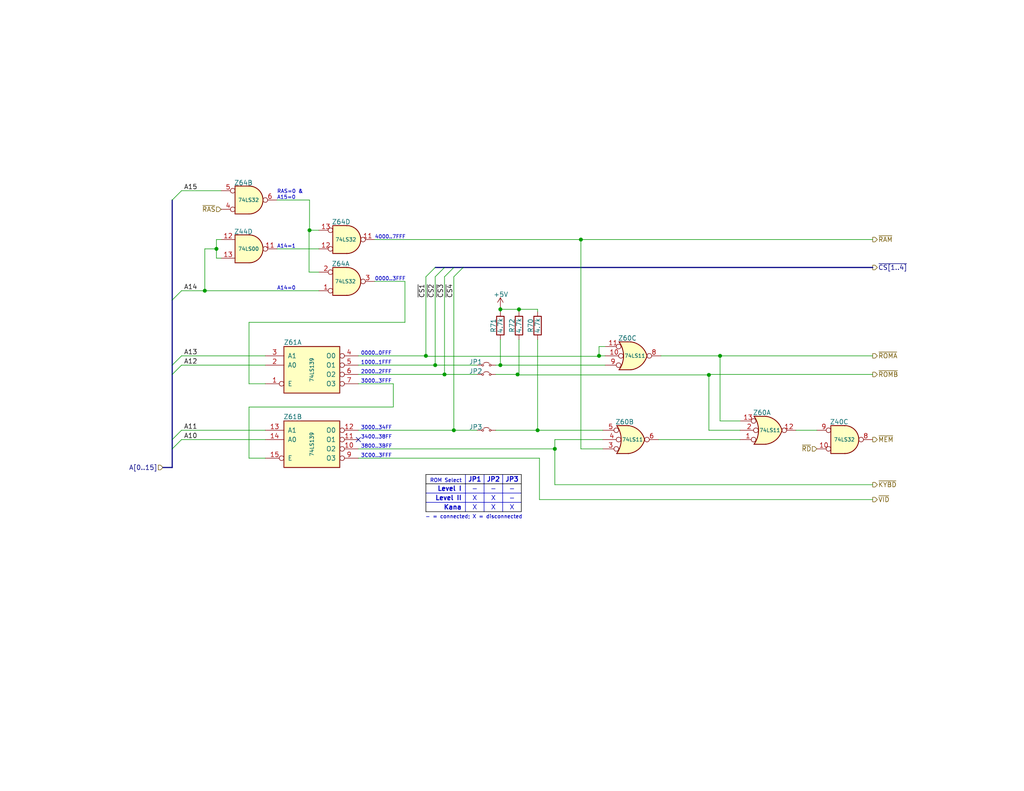
<source format=kicad_sch>
(kicad_sch (version 20250114) (generator "eeschema") (generator_version "9.0")
  (paper "USLetter")
  (title_block (title "TRS-80 Model I Rev HE11E011520") (date "2025-06-14") (rev "E1A") (company "RetroStack - Marcel Erz") (comment 2 "Address decoder circuit for main board components (except IO)") (comment 4 "Address Decoder"))
  (lib_symbols
    (symbol "74xx:74LS00" (pin_names (offset 1.016))
      (property "Reference" "U" (at 0 1.27 0))
      (property "Value" "74LS00" (at 0 -1.27 0))
      (symbol "74LS00_1_1"
        (arc (start 0 3.81) (mid 3.7934 0) (end 0 -3.81) (stroke (width 0.254)) (fill (type background)))
        (polyline (pts (xy 0 3.81) (xy -3.81 3.81) (xy -3.81 -3.81) (xy 0 -3.81)) (stroke (width 0.254)) (fill (type background)))
        (pin input line (at -7.62 2.54 0) (length 3.81) (name "~") (number "1"))
        (pin input line (at -7.62 -2.54 0) (length 3.81) (name "~") (number "2"))
        (pin output inverted (at 7.62 0 180) (length 3.81) (name "~") (number "3"))
      )
      (symbol "74LS00_1_2"
        (arc (start -3.81 3.81) (mid -2.589 0) (end -3.81 -3.81) (stroke (width 0.254)))
        (polyline (pts (xy -3.81 3.81) (xy -0.635 3.81)) (stroke (width 0.254)) (fill (type background)))
        (polyline (pts (xy -3.81 -3.81) (xy -0.635 -3.81)) (stroke (width 0.254)) (fill (type background)))
        (arc (start 3.81 0) (mid 2.1855 -2.584) (end -0.6096 -3.81) (stroke (width 0.254)) (fill (type background)))
        (arc (start -0.6096 3.81) (mid 2.1928 2.5924) (end 3.81 0) (stroke (width 0.254)) (fill (type background)))
        (polyline (pts (xy -0.635 3.81) (xy -3.81 3.81) (xy -3.81 3.81) (xy -3.556 3.4036) (xy -3.0226 2.2606) (xy -2.6924 1.0414) (xy -2.6162 -0.254) (xy -2.7686 -1.4986) (xy -3.175 -2.7178) (xy -3.81 -3.81) (xy -3.81 -3.81) (xy -0.635 -3.81)) (stroke (width -25.4)) (fill (type background)))
        (pin input inverted (at -7.62 2.54 0) (length 4.318) (name "~") (number "1"))
        (pin input inverted (at -7.62 -2.54 0) (length 4.318) (name "~") (number "2"))
        (pin output line (at 7.62 0 180) (length 3.81) (name "~") (number "3"))
      )
      (symbol "74LS00_2_1"
        (arc (start 0 3.81) (mid 3.7934 0) (end 0 -3.81) (stroke (width 0.254)) (fill (type background)))
        (polyline (pts (xy 0 3.81) (xy -3.81 3.81) (xy -3.81 -3.81) (xy 0 -3.81)) (stroke (width 0.254)) (fill (type background)))
        (pin input line (at -7.62 2.54 0) (length 3.81) (name "~") (number "4"))
        (pin input line (at -7.62 -2.54 0) (length 3.81) (name "~") (number "5"))
        (pin output inverted (at 7.62 0 180) (length 3.81) (name "~") (number "6"))
      )
      (symbol "74LS00_2_2"
        (arc (start -3.81 3.81) (mid -2.589 0) (end -3.81 -3.81) (stroke (width 0.254)))
        (polyline (pts (xy -3.81 3.81) (xy -0.635 3.81)) (stroke (width 0.254)) (fill (type background)))
        (polyline (pts (xy -3.81 -3.81) (xy -0.635 -3.81)) (stroke (width 0.254)) (fill (type background)))
        (arc (start 3.81 0) (mid 2.1855 -2.584) (end -0.6096 -3.81) (stroke (width 0.254)) (fill (type background)))
        (arc (start -0.6096 3.81) (mid 2.1928 2.5924) (end 3.81 0) (stroke (width 0.254)) (fill (type background)))
        (polyline (pts (xy -0.635 3.81) (xy -3.81 3.81) (xy -3.81 3.81) (xy -3.556 3.4036) (xy -3.0226 2.2606) (xy -2.6924 1.0414) (xy -2.6162 -0.254) (xy -2.7686 -1.4986) (xy -3.175 -2.7178) (xy -3.81 -3.81) (xy -3.81 -3.81) (xy -0.635 -3.81)) (stroke (width -25.4)) (fill (type background)))
        (pin input inverted (at -7.62 2.54 0) (length 4.318) (name "~") (number "4"))
        (pin input inverted (at -7.62 -2.54 0) (length 4.318) (name "~") (number "5"))
        (pin output line (at 7.62 0 180) (length 3.81) (name "~") (number "6"))
      )
      (symbol "74LS00_3_1"
        (arc (start 0 3.81) (mid 3.7934 0) (end 0 -3.81) (stroke (width 0.254)) (fill (type background)))
        (polyline (pts (xy 0 3.81) (xy -3.81 3.81) (xy -3.81 -3.81) (xy 0 -3.81)) (stroke (width 0.254)) (fill (type background)))
        (pin input line (at -7.62 2.54 0) (length 3.81) (name "~") (number "9"))
        (pin input line (at -7.62 -2.54 0) (length 3.81) (name "~") (number "10"))
        (pin output inverted (at 7.62 0 180) (length 3.81) (name "~") (number "8"))
      )
      (symbol "74LS00_3_2"
        (arc (start -3.81 3.81) (mid -2.589 0) (end -3.81 -3.81) (stroke (width 0.254)))
        (polyline (pts (xy -3.81 3.81) (xy -0.635 3.81)) (stroke (width 0.254)) (fill (type background)))
        (polyline (pts (xy -3.81 -3.81) (xy -0.635 -3.81)) (stroke (width 0.254)) (fill (type background)))
        (arc (start 3.81 0) (mid 2.1855 -2.584) (end -0.6096 -3.81) (stroke (width 0.254)) (fill (type background)))
        (arc (start -0.6096 3.81) (mid 2.1928 2.5924) (end 3.81 0) (stroke (width 0.254)) (fill (type background)))
        (polyline (pts (xy -0.635 3.81) (xy -3.81 3.81) (xy -3.81 3.81) (xy -3.556 3.4036) (xy -3.0226 2.2606) (xy -2.6924 1.0414) (xy -2.6162 -0.254) (xy -2.7686 -1.4986) (xy -3.175 -2.7178) (xy -3.81 -3.81) (xy -3.81 -3.81) (xy -0.635 -3.81)) (stroke (width -25.4)) (fill (type background)))
        (pin input inverted (at -7.62 2.54 0) (length 4.318) (name "~") (number "9"))
        (pin input inverted (at -7.62 -2.54 0) (length 4.318) (name "~") (number "10"))
        (pin output line (at 7.62 0 180) (length 3.81) (name "~") (number "8"))
      )
      (symbol "74LS00_4_1"
        (arc (start 0 3.81) (mid 3.7934 0) (end 0 -3.81) (stroke (width 0.254)) (fill (type background)))
        (polyline (pts (xy 0 3.81) (xy -3.81 3.81) (xy -3.81 -3.81) (xy 0 -3.81)) (stroke (width 0.254)) (fill (type background)))
        (pin input line (at -7.62 2.54 0) (length 3.81) (name "~") (number "12"))
        (pin input line (at -7.62 -2.54 0) (length 3.81) (name "~") (number "13"))
        (pin output inverted (at 7.62 0 180) (length 3.81) (name "~") (number "11"))
      )
      (symbol "74LS00_4_2"
        (arc (start -3.81 3.81) (mid -2.589 0) (end -3.81 -3.81) (stroke (width 0.254)))
        (polyline (pts (xy -3.81 3.81) (xy -0.635 3.81)) (stroke (width 0.254)) (fill (type background)))
        (polyline (pts (xy -3.81 -3.81) (xy -0.635 -3.81)) (stroke (width 0.254)) (fill (type background)))
        (arc (start 3.81 0) (mid 2.1855 -2.584) (end -0.6096 -3.81) (stroke (width 0.254)) (fill (type background)))
        (arc (start -0.6096 3.81) (mid 2.1928 2.5924) (end 3.81 0) (stroke (width 0.254)) (fill (type background)))
        (polyline (pts (xy -0.635 3.81) (xy -3.81 3.81) (xy -3.81 3.81) (xy -3.556 3.4036) (xy -3.0226 2.2606) (xy -2.6924 1.0414) (xy -2.6162 -0.254) (xy -2.7686 -1.4986) (xy -3.175 -2.7178) (xy -3.81 -3.81) (xy -3.81 -3.81) (xy -0.635 -3.81)) (stroke (width -25.4)) (fill (type background)))
        (pin input inverted (at -7.62 2.54 0) (length 4.318) (name "~") (number "12"))
        (pin input inverted (at -7.62 -2.54 0) (length 4.318) (name "~") (number "13"))
        (pin output line (at 7.62 0 180) (length 3.81) (name "~") (number "11"))
      )
      (symbol "74LS00_5_0"
        (pin power_in line (at 0 12.7 270) (length 5.08) (name "VCC") (number "14"))
        (pin power_in line (at 0 -12.7 90) (length 5.08) (name "GND") (number "7"))
      )
      (symbol "74LS00_5_1"
        (rectangle (start -5.08 7.62) (end 5.08 -7.62) (stroke (width 0.254)) (fill (type background)))
      )
    )
    (symbol "74xx:74LS11" (pin_names (offset 1.016))
      (property "Reference" "U" (at 0 1.27 0))
      (property "Value" "74LS11" (at 0 -1.27 0))
      (symbol "74LS11_1_1"
        (arc (start 0 3.81) (mid 3.7934 0) (end 0 -3.81) (stroke (width 0.254)) (fill (type background)))
        (polyline (pts (xy 0 3.81) (xy -3.81 3.81) (xy -3.81 -3.81) (xy 0 -3.81)) (stroke (width 0.254)) (fill (type background)))
        (pin input line (at -7.62 2.54 0) (length 3.81) (name "~") (number "1"))
        (pin input line (at -7.62 0 0) (length 3.81) (name "~") (number "2"))
        (pin input line (at -7.62 -2.54 0) (length 3.81) (name "~") (number "13"))
        (pin output line (at 7.62 0 180) (length 3.81) (name "~") (number "12"))
      )
      (symbol "74LS11_1_2"
        (arc (start -3.81 3.81) (mid -2.589 0) (end -3.81 -3.81) (stroke (width 0.254)))
        (polyline (pts (xy -3.81 3.81) (xy -0.635 3.81)) (stroke (width 0.254)) (fill (type background)))
        (polyline (pts (xy -3.81 -3.81) (xy -0.635 -3.81)) (stroke (width 0.254)) (fill (type background)))
        (arc (start 3.81 0) (mid 2.1855 -2.584) (end -0.6096 -3.81) (stroke (width 0.254)) (fill (type background)))
        (arc (start -0.6096 3.81) (mid 2.1928 2.5924) (end 3.81 0) (stroke (width 0.254)) (fill (type background)))
        (polyline (pts (xy -0.635 3.81) (xy -3.81 3.81) (xy -3.81 3.81) (xy -3.556 3.4036) (xy -3.0226 2.2606) (xy -2.6924 1.0414) (xy -2.6162 -0.254) (xy -2.7686 -1.4986) (xy -3.175 -2.7178) (xy -3.81 -3.81) (xy -3.81 -3.81) (xy -0.635 -3.81)) (stroke (width -25.4)) (fill (type background)))
        (pin input inverted (at -7.62 2.54 0) (length 4.318) (name "~") (number "1"))
        (pin input inverted (at -7.62 0 0) (length 4.953) (name "~") (number "2"))
        (pin input inverted (at -7.62 -2.54 0) (length 4.318) (name "~") (number "13"))
        (pin output inverted (at 7.62 0 180) (length 3.81) (name "~") (number "12"))
      )
      (symbol "74LS11_2_1"
        (arc (start 0 3.81) (mid 3.7934 0) (end 0 -3.81) (stroke (width 0.254)) (fill (type background)))
        (polyline (pts (xy 0 3.81) (xy -3.81 3.81) (xy -3.81 -3.81) (xy 0 -3.81)) (stroke (width 0.254)) (fill (type background)))
        (pin input line (at -7.62 2.54 0) (length 3.81) (name "~") (number "3"))
        (pin input line (at -7.62 0 0) (length 3.81) (name "~") (number "4"))
        (pin input line (at -7.62 -2.54 0) (length 3.81) (name "~") (number "5"))
        (pin output line (at 7.62 0 180) (length 3.81) (name "~") (number "6"))
      )
      (symbol "74LS11_2_2"
        (arc (start -3.81 3.81) (mid -2.589 0) (end -3.81 -3.81) (stroke (width 0.254)))
        (polyline (pts (xy -3.81 3.81) (xy -0.635 3.81)) (stroke (width 0.254)) (fill (type background)))
        (polyline (pts (xy -3.81 -3.81) (xy -0.635 -3.81)) (stroke (width 0.254)) (fill (type background)))
        (arc (start 3.81 0) (mid 2.1855 -2.584) (end -0.6096 -3.81) (stroke (width 0.254)) (fill (type background)))
        (arc (start -0.6096 3.81) (mid 2.1928 2.5924) (end 3.81 0) (stroke (width 0.254)) (fill (type background)))
        (polyline (pts (xy -0.635 3.81) (xy -3.81 3.81) (xy -3.81 3.81) (xy -3.556 3.4036) (xy -3.0226 2.2606) (xy -2.6924 1.0414) (xy -2.6162 -0.254) (xy -2.7686 -1.4986) (xy -3.175 -2.7178) (xy -3.81 -3.81) (xy -3.81 -3.81) (xy -0.635 -3.81)) (stroke (width -25.4)) (fill (type background)))
        (pin input inverted (at -7.62 2.54 0) (length 4.318) (name "~") (number "3"))
        (pin input inverted (at -7.62 0 0) (length 4.953) (name "~") (number "4"))
        (pin input inverted (at -7.62 -2.54 0) (length 4.318) (name "~") (number "5"))
        (pin output inverted (at 7.62 0 180) (length 3.81) (name "~") (number "6"))
      )
      (symbol "74LS11_3_1"
        (arc (start 0 3.81) (mid 3.7934 0) (end 0 -3.81) (stroke (width 0.254)) (fill (type background)))
        (polyline (pts (xy 0 3.81) (xy -3.81 3.81) (xy -3.81 -3.81) (xy 0 -3.81)) (stroke (width 0.254)) (fill (type background)))
        (pin input line (at -7.62 2.54 0) (length 3.81) (name "~") (number "9"))
        (pin input line (at -7.62 0 0) (length 3.81) (name "~") (number "10"))
        (pin input line (at -7.62 -2.54 0) (length 3.81) (name "~") (number "11"))
        (pin output line (at 7.62 0 180) (length 3.81) (name "~") (number "8"))
      )
      (symbol "74LS11_3_2"
        (arc (start -3.81 3.81) (mid -2.589 0) (end -3.81 -3.81) (stroke (width 0.254)))
        (polyline (pts (xy -3.81 3.81) (xy -0.635 3.81)) (stroke (width 0.254)) (fill (type background)))
        (polyline (pts (xy -3.81 -3.81) (xy -0.635 -3.81)) (stroke (width 0.254)) (fill (type background)))
        (arc (start 3.81 0) (mid 2.1855 -2.584) (end -0.6096 -3.81) (stroke (width 0.254)) (fill (type background)))
        (arc (start -0.6096 3.81) (mid 2.1928 2.5924) (end 3.81 0) (stroke (width 0.254)) (fill (type background)))
        (polyline (pts (xy -0.635 3.81) (xy -3.81 3.81) (xy -3.81 3.81) (xy -3.556 3.4036) (xy -3.0226 2.2606) (xy -2.6924 1.0414) (xy -2.6162 -0.254) (xy -2.7686 -1.4986) (xy -3.175 -2.7178) (xy -3.81 -3.81) (xy -3.81 -3.81) (xy -0.635 -3.81)) (stroke (width -25.4)) (fill (type background)))
        (pin input inverted (at -7.62 2.54 0) (length 4.318) (name "~") (number "9"))
        (pin input inverted (at -7.62 0 0) (length 4.953) (name "~") (number "10"))
        (pin input inverted (at -7.62 -2.54 0) (length 4.318) (name "~") (number "11"))
        (pin output inverted (at 7.62 0 180) (length 3.81) (name "~") (number "8"))
      )
      (symbol "74LS11_4_0"
        (pin power_in line (at 0 12.7 270) (length 5.08) (name "VCC") (number "14"))
        (pin power_in line (at 0 -12.7 90) (length 5.08) (name "GND") (number "7"))
      )
      (symbol "74LS11_4_1"
        (rectangle (start -5.08 7.62) (end 5.08 -7.62) (stroke (width 0.254)) (fill (type background)))
      )
    )
    (symbol "74xx:74LS139" (pin_names (offset 1.016))
      (property "Reference" "U" (at -7.62 8.89 0))
      (property "Value" "74LS139" (at -7.62 -8.89 0))
      (symbol "74LS139_1_0"
        (pin input line (at -12.7 2.54 0) (length 5.08) (name "A1") (number "3"))
        (pin input line (at -12.7 0 0) (length 5.08) (name "A0") (number "2"))
        (pin input inverted (at -12.7 -5.08 0) (length 5.08) (name "E") (number "1"))
        (pin output inverted (at 12.7 2.54 180) (length 5.08) (name "O0") (number "4"))
        (pin output inverted (at 12.7 0 180) (length 5.08) (name "O1") (number "5"))
        (pin output inverted (at 12.7 -2.54 180) (length 5.08) (name "O2") (number "6"))
        (pin output inverted (at 12.7 -5.08 180) (length 5.08) (name "O3") (number "7"))
      )
      (symbol "74LS139_1_1"
        (rectangle (start -7.62 5.08) (end 7.62 -7.62) (stroke (width 0.254)) (fill (type background)))
      )
      (symbol "74LS139_2_0"
        (pin input line (at -12.7 2.54 0) (length 5.08) (name "A1") (number "13"))
        (pin input line (at -12.7 0 0) (length 5.08) (name "A0") (number "14"))
        (pin input inverted (at -12.7 -5.08 0) (length 5.08) (name "E") (number "15"))
        (pin output inverted (at 12.7 2.54 180) (length 5.08) (name "O0") (number "12"))
        (pin output inverted (at 12.7 0 180) (length 5.08) (name "O1") (number "11"))
        (pin output inverted (at 12.7 -2.54 180) (length 5.08) (name "O2") (number "10"))
        (pin output inverted (at 12.7 -5.08 180) (length 5.08) (name "O3") (number "9"))
      )
      (symbol "74LS139_2_1"
        (rectangle (start -7.62 5.08) (end 7.62 -7.62) (stroke (width 0.254)) (fill (type background)))
      )
      (symbol "74LS139_3_0"
        (pin power_in line (at 0 12.7 270) (length 5.08) (name "VCC") (number "16"))
        (pin power_in line (at 0 -12.7 90) (length 5.08) (name "GND") (number "8"))
      )
      (symbol "74LS139_3_1"
        (rectangle (start -5.08 7.62) (end 5.08 -7.62) (stroke (width 0.254)) (fill (type background)))
      )
    )
    (symbol "74xx:74LS32" (pin_names (offset 1.016))
      (property "Reference" "U" (at 0 1.27 0))
      (property "Value" "74LS32" (at 0 -1.27 0))
      (symbol "74LS32_1_1"
        (arc (start -3.81 3.81) (mid -2.589 0) (end -3.81 -3.81) (stroke (width 0.254)))
        (polyline (pts (xy -3.81 3.81) (xy -0.635 3.81)) (stroke (width 0.254)) (fill (type background)))
        (polyline (pts (xy -3.81 -3.81) (xy -0.635 -3.81)) (stroke (width 0.254)) (fill (type background)))
        (arc (start 3.81 0) (mid 2.1855 -2.584) (end -0.6096 -3.81) (stroke (width 0.254)) (fill (type background)))
        (arc (start -0.6096 3.81) (mid 2.1928 2.5924) (end 3.81 0) (stroke (width 0.254)) (fill (type background)))
        (polyline (pts (xy -0.635 3.81) (xy -3.81 3.81) (xy -3.81 3.81) (xy -3.556 3.4036) (xy -3.0226 2.2606) (xy -2.6924 1.0414) (xy -2.6162 -0.254) (xy -2.7686 -1.4986) (xy -3.175 -2.7178) (xy -3.81 -3.81) (xy -3.81 -3.81) (xy -0.635 -3.81)) (stroke (width -25.4)) (fill (type background)))
        (pin input line (at -7.62 2.54 0) (length 4.318) (name "~") (number "1"))
        (pin input line (at -7.62 -2.54 0) (length 4.318) (name "~") (number "2"))
        (pin output line (at 7.62 0 180) (length 3.81) (name "~") (number "3"))
      )
      (symbol "74LS32_1_2"
        (arc (start 0 3.81) (mid 3.7934 0) (end 0 -3.81) (stroke (width 0.254)) (fill (type background)))
        (polyline (pts (xy 0 3.81) (xy -3.81 3.81) (xy -3.81 -3.81) (xy 0 -3.81)) (stroke (width 0.254)) (fill (type background)))
        (pin input inverted (at -7.62 2.54 0) (length 3.81) (name "~") (number "1"))
        (pin input inverted (at -7.62 -2.54 0) (length 3.81) (name "~") (number "2"))
        (pin output inverted (at 7.62 0 180) (length 3.81) (name "~") (number "3"))
      )
      (symbol "74LS32_2_1"
        (arc (start -3.81 3.81) (mid -2.589 0) (end -3.81 -3.81) (stroke (width 0.254)))
        (polyline (pts (xy -3.81 3.81) (xy -0.635 3.81)) (stroke (width 0.254)) (fill (type background)))
        (polyline (pts (xy -3.81 -3.81) (xy -0.635 -3.81)) (stroke (width 0.254)) (fill (type background)))
        (arc (start 3.81 0) (mid 2.1855 -2.584) (end -0.6096 -3.81) (stroke (width 0.254)) (fill (type background)))
        (arc (start -0.6096 3.81) (mid 2.1928 2.5924) (end 3.81 0) (stroke (width 0.254)) (fill (type background)))
        (polyline (pts (xy -0.635 3.81) (xy -3.81 3.81) (xy -3.81 3.81) (xy -3.556 3.4036) (xy -3.0226 2.2606) (xy -2.6924 1.0414) (xy -2.6162 -0.254) (xy -2.7686 -1.4986) (xy -3.175 -2.7178) (xy -3.81 -3.81) (xy -3.81 -3.81) (xy -0.635 -3.81)) (stroke (width -25.4)) (fill (type background)))
        (pin input line (at -7.62 2.54 0) (length 4.318) (name "~") (number "4"))
        (pin input line (at -7.62 -2.54 0) (length 4.318) (name "~") (number "5"))
        (pin output line (at 7.62 0 180) (length 3.81) (name "~") (number "6"))
      )
      (symbol "74LS32_2_2"
        (arc (start 0 3.81) (mid 3.7934 0) (end 0 -3.81) (stroke (width 0.254)) (fill (type background)))
        (polyline (pts (xy 0 3.81) (xy -3.81 3.81) (xy -3.81 -3.81) (xy 0 -3.81)) (stroke (width 0.254)) (fill (type background)))
        (pin input inverted (at -7.62 2.54 0) (length 3.81) (name "~") (number "4"))
        (pin input inverted (at -7.62 -2.54 0) (length 3.81) (name "~") (number "5"))
        (pin output inverted (at 7.62 0 180) (length 3.81) (name "~") (number "6"))
      )
      (symbol "74LS32_3_1"
        (arc (start -3.81 3.81) (mid -2.589 0) (end -3.81 -3.81) (stroke (width 0.254)))
        (polyline (pts (xy -3.81 3.81) (xy -0.635 3.81)) (stroke (width 0.254)) (fill (type background)))
        (polyline (pts (xy -3.81 -3.81) (xy -0.635 -3.81)) (stroke (width 0.254)) (fill (type background)))
        (arc (start 3.81 0) (mid 2.1855 -2.584) (end -0.6096 -3.81) (stroke (width 0.254)) (fill (type background)))
        (arc (start -0.6096 3.81) (mid 2.1928 2.5924) (end 3.81 0) (stroke (width 0.254)) (fill (type background)))
        (polyline (pts (xy -0.635 3.81) (xy -3.81 3.81) (xy -3.81 3.81) (xy -3.556 3.4036) (xy -3.0226 2.2606) (xy -2.6924 1.0414) (xy -2.6162 -0.254) (xy -2.7686 -1.4986) (xy -3.175 -2.7178) (xy -3.81 -3.81) (xy -3.81 -3.81) (xy -0.635 -3.81)) (stroke (width -25.4)) (fill (type background)))
        (pin input line (at -7.62 2.54 0) (length 4.318) (name "~") (number "9"))
        (pin input line (at -7.62 -2.54 0) (length 4.318) (name "~") (number "10"))
        (pin output line (at 7.62 0 180) (length 3.81) (name "~") (number "8"))
      )
      (symbol "74LS32_3_2"
        (arc (start 0 3.81) (mid 3.7934 0) (end 0 -3.81) (stroke (width 0.254)) (fill (type background)))
        (polyline (pts (xy 0 3.81) (xy -3.81 3.81) (xy -3.81 -3.81) (xy 0 -3.81)) (stroke (width 0.254)) (fill (type background)))
        (pin input inverted (at -7.62 2.54 0) (length 3.81) (name "~") (number "9"))
        (pin input inverted (at -7.62 -2.54 0) (length 3.81) (name "~") (number "10"))
        (pin output inverted (at 7.62 0 180) (length 3.81) (name "~") (number "8"))
      )
      (symbol "74LS32_4_1"
        (arc (start -3.81 3.81) (mid -2.589 0) (end -3.81 -3.81) (stroke (width 0.254)))
        (polyline (pts (xy -3.81 3.81) (xy -0.635 3.81)) (stroke (width 0.254)) (fill (type background)))
        (polyline (pts (xy -3.81 -3.81) (xy -0.635 -3.81)) (stroke (width 0.254)) (fill (type background)))
        (arc (start 3.81 0) (mid 2.1855 -2.584) (end -0.6096 -3.81) (stroke (width 0.254)) (fill (type background)))
        (arc (start -0.6096 3.81) (mid 2.1928 2.5924) (end 3.81 0) (stroke (width 0.254)) (fill (type background)))
        (polyline (pts (xy -0.635 3.81) (xy -3.81 3.81) (xy -3.81 3.81) (xy -3.556 3.4036) (xy -3.0226 2.2606) (xy -2.6924 1.0414) (xy -2.6162 -0.254) (xy -2.7686 -1.4986) (xy -3.175 -2.7178) (xy -3.81 -3.81) (xy -3.81 -3.81) (xy -0.635 -3.81)) (stroke (width -25.4)) (fill (type background)))
        (pin input line (at -7.62 2.54 0) (length 4.318) (name "~") (number "12"))
        (pin input line (at -7.62 -2.54 0) (length 4.318) (name "~") (number "13"))
        (pin output line (at 7.62 0 180) (length 3.81) (name "~") (number "11"))
      )
      (symbol "74LS32_4_2"
        (arc (start 0 3.81) (mid 3.7934 0) (end 0 -3.81) (stroke (width 0.254)) (fill (type background)))
        (polyline (pts (xy 0 3.81) (xy -3.81 3.81) (xy -3.81 -3.81) (xy 0 -3.81)) (stroke (width 0.254)) (fill (type background)))
        (pin input inverted (at -7.62 2.54 0) (length 3.81) (name "~") (number "12"))
        (pin input inverted (at -7.62 -2.54 0) (length 3.81) (name "~") (number "13"))
        (pin output inverted (at 7.62 0 180) (length 3.81) (name "~") (number "11"))
      )
      (symbol "74LS32_5_0"
        (pin power_in line (at 0 12.7 270) (length 5.08) (name "VCC") (number "14"))
        (pin power_in line (at 0 -12.7 90) (length 5.08) (name "GND") (number "7"))
      )
      (symbol "74LS32_5_1"
        (rectangle (start -5.08 7.62) (end 5.08 -7.62) (stroke (width 0.254)) (fill (type background)))
      )
    )
    (symbol "Device:R" (pin_numbers (hide yes)) (pin_names (offset 0))
      (property "Reference" "R" (at 2.032 0 90))
      (property "Value" "R" (at 0 0 90))
      (symbol "R_0_1"
        (rectangle (start -1.016 -2.54) (end 1.016 2.54) (stroke (width 0.254)))
      )
      (symbol "R_1_1"
        (pin passive line (at 0 3.81 270) (length 1.27) (name "~") (number "1"))
        (pin passive line (at 0 -3.81 90) (length 1.27) (name "~") (number "2"))
      )
    )
    (symbol "Library:TRS80_Model_I_Jumper_2_Jap" (pin_numbers (hide yes)) (pin_names (offset 0) (hide yes))
      (property "Reference" "JP" (at 0 2.794 0))
      (property "Value" "TRS80_Model_I_Jumper_2_Jap" (at 0 -2.286 0))
      (symbol "TRS80_Model_I_Jumper_2_Jap_0_0"
        (circle (center -1.016 0) (radius 0.254))
        (circle (center 1.016 0) (radius 0.254))
      )
      (symbol "TRS80_Model_I_Jumper_2_Jap_0_1"
        (arc (start -0.762 0.5116) (mid 0 0.7649) (end 0.762 0.5116))
      )
      (symbol "TRS80_Model_I_Jumper_2_Jap_1_1"
        (pin passive line (at -2.54 0 0) (length 1.27) (name "A") (number "1"))
        (pin passive line (at 2.54 0 180) (length 1.27) (name "B") (number "2"))
      )
    )
    (symbol "power:+5V" (power) (pin_numbers (hide yes)) (pin_names (offset 0) (hide yes))
      (property "Value" "+5V" (at 0 3.556 0))
      (symbol "+5V_0_1"
        (polyline (pts (xy -0.762 1.27) (xy 0 2.54)))
        (polyline (pts (xy 0 2.54) (xy 0.762 1.27)))
        (polyline (pts (xy 0 0) (xy 0 2.54)))
      )
      (symbol "+5V_1_1"
        (pin power_in line (at 0 0 90) (length 0) (name "~") (number "1"))
      )
    )
  )
  (text "RAS=0 &\nA15=0" (at 75.565 54.61 0) (effects (font (size 1 1)) (justify left bottom)))
  (text "4000..7FFF" (at 102.235 65.405 0) (effects (font (size 1 1)) (justify left bottom)))
  (text "3000..34FF" (at 98.425 117.475 0) (effects (font (size 1 1)) (justify left bottom)))
  (text "0000..0FFF" (at 98.425 97.155 0) (effects (font (size 1 1)) (justify left bottom)))
  (text "- = connected; X = disconnected" (at 129.286 141.224 0) (effects (font (size 1 1))))
  (text "A14=1" (at 75.565 67.945 0) (effects (font (size 1 1)) (justify left bottom)))
  (text "1000..1FFF" (at 98.425 99.695 0) (effects (font (size 1 1)) (justify left bottom)))
  (text "3000..3FFF" (at 98.425 104.775 0) (effects (font (size 1 1)) (justify left bottom)))
  (text "3800..3BFF" (at 98.425 122.555 0) (effects (font (size 1 1)) (justify left bottom)))
  (text "3C00..3FFF" (at 98.425 125.095 0) (effects (font (size 1 1)) (justify left bottom)))
  (text "A14=0" (at 75.565 79.375 0) (effects (font (size 1 1)) (justify left bottom)))
  (text "3400..38FF" (at 98.425 120.015 0) (effects (font (size 1 1)) (justify left bottom)))
  (text "2000..2FFF" (at 98.425 102.235 0) (effects (font (size 1 1)) (justify left bottom)))
  (text "0000..3FFF" (at 102.235 76.835 0) (effects (font (size 1 1)) (justify left bottom)))
  (junction (at 116.205 97.155))
  (junction (at 84.455 62.865))
  (junction (at 146.685 117.475))
  (junction (at 141.605 84.455))
  (junction (at 141.224 102.235))
  (junction (at 59.055 67.945))
  (junction (at 158.496 65.405))
  (junction (at 123.825 117.475))
  (junction (at 163.449 97.155))
  (junction (at 55.88 79.375))
  (junction (at 136.525 99.695))
  (junction (at 193.421 102.362))
  (junction (at 121.285 102.235))
  (junction (at 151.384 122.555))
  (junction (at 136.525 84.455))
  (junction (at 196.469 97.155))
  (junction (at 118.745 99.695))
  (no_connect (at 97.79 120.015))
  (bus_entry (at 121.285 75.565) (size 2.54 -2.54))
  (bus_entry (at 123.825 75.565) (size 2.54 -2.54))
  (bus_entry (at 116.205 75.565) (size 2.54 -2.54))
  (bus_entry (at 49.53 99.695) (size -2.54 2.54))
  (bus_entry (at 49.53 120.015) (size -2.54 2.54))
  (bus_entry (at 49.53 79.375) (size -2.54 2.54))
  (bus_entry (at 49.53 52.07) (size -2.54 2.54))
  (bus_entry (at 49.53 117.475) (size -2.54 2.54))
  (bus_entry (at 118.745 75.565) (size 2.54 -2.54))
  (bus_entry (at 49.53 97.155) (size -2.54 2.54))
  (wire (pts (xy 110.49 76.835) (xy 110.49 88.011)))
  (wire (pts (xy 72.39 99.695) (xy 49.53 99.695)))
  (wire (pts (xy 102.235 76.835) (xy 110.49 76.835)))
  (wire (pts (xy 121.285 75.565) (xy 121.285 102.235)))
  (wire (pts (xy 136.525 92.71) (xy 136.525 99.695)))
  (wire (pts (xy 151.384 132.334) (xy 238.125 132.334)))
  (wire (pts (xy 136.525 84.455) (xy 136.525 85.09)))
  (wire (pts (xy 141.605 92.71) (xy 141.605 102.235)))
  (wire (pts (xy 147.193 125.095) (xy 147.193 136.398)))
  (wire (pts (xy 123.825 117.475) (xy 130.175 117.475)))
  (bus (pts (xy 123.825 73.025) (xy 126.365 73.025)))
  (bus (pts (xy 121.285 73.025) (xy 123.825 73.025)))
  (bus (pts (xy 44.45 127.635) (xy 46.99 127.635)))
  (wire (pts (xy 49.53 120.015) (xy 72.39 120.015)))
  (wire (pts (xy 217.17 117.475) (xy 222.885 117.475)))
  (wire (pts (xy 146.685 85.09) (xy 146.685 84.455)))
  (wire (pts (xy 193.421 117.475) (xy 193.421 102.362)))
  (bus (pts (xy 46.99 81.915) (xy 46.99 99.695)))
  (wire (pts (xy 123.825 75.565) (xy 123.825 117.475)))
  (wire (pts (xy 97.79 97.155) (xy 116.205 97.155)))
  (wire (pts (xy 151.384 120.015) (xy 164.465 120.015)))
  (wire (pts (xy 86.995 74.295) (xy 84.328 74.295)))
  (wire (pts (xy 180.34 97.155) (xy 196.469 97.155)))
  (wire (pts (xy 163.449 94.615) (xy 163.449 97.155)))
  (wire (pts (xy 67.945 125.095) (xy 72.39 125.095)))
  (wire (pts (xy 59.055 67.945) (xy 59.055 70.485)))
  (wire (pts (xy 196.469 97.155) (xy 196.469 114.935)))
  (wire (pts (xy 97.79 117.475) (xy 123.825 117.475)))
  (bus (pts (xy 118.745 73.025) (xy 121.285 73.025)))
  (wire (pts (xy 201.93 114.935) (xy 196.469 114.935)))
  (wire (pts (xy 136.525 99.695) (xy 165.1 99.695)))
  (wire (pts (xy 75.565 67.945) (xy 86.995 67.945)))
  (wire (pts (xy 146.685 117.475) (xy 164.465 117.475)))
  (wire (pts (xy 55.88 79.375) (xy 55.88 67.945)))
  (wire (pts (xy 163.449 97.155) (xy 165.1 97.155)))
  (wire (pts (xy 84.455 54.61) (xy 84.455 62.865)))
  (bus (pts (xy 126.365 73.025) (xy 238.125 73.025)))
  (wire (pts (xy 141.605 102.235) (xy 141.224 102.235)))
  (wire (pts (xy 86.995 79.375) (xy 55.88 79.375)))
  (wire (pts (xy 151.384 122.555) (xy 151.384 132.334)))
  (wire (pts (xy 59.055 65.405) (xy 59.055 67.945)))
  (bus (pts (xy 46.99 102.235) (xy 46.99 120.015)))
  (wire (pts (xy 75.565 54.61) (xy 84.455 54.61)))
  (bus (pts (xy 46.99 81.915) (xy 46.99 54.61)))
  (wire (pts (xy 60.325 70.485) (xy 59.055 70.485)))
  (wire (pts (xy 84.328 62.865) (xy 84.328 74.295)))
  (wire (pts (xy 165.1 94.615) (xy 163.449 94.615)))
  (wire (pts (xy 141.224 102.362) (xy 193.421 102.362)))
  (wire (pts (xy 158.496 65.405) (xy 238.125 65.405)))
  (wire (pts (xy 141.605 84.455) (xy 141.605 85.09)))
  (wire (pts (xy 141.224 102.362) (xy 141.224 102.235)))
  (wire (pts (xy 146.685 84.455) (xy 141.605 84.455)))
  (bus (pts (xy 46.99 99.695) (xy 46.99 102.235)))
  (wire (pts (xy 135.255 102.235) (xy 141.224 102.235)))
  (wire (pts (xy 55.88 67.945) (xy 59.055 67.945)))
  (wire (pts (xy 102.235 65.405) (xy 158.496 65.405)))
  (bus (pts (xy 46.99 122.555) (xy 46.99 127.635)))
  (wire (pts (xy 116.205 97.155) (xy 116.205 97.282)))
  (wire (pts (xy 67.945 111.125) (xy 67.945 125.095)))
  (wire (pts (xy 146.685 92.71) (xy 146.685 117.475)))
  (wire (pts (xy 151.384 120.015) (xy 151.384 122.555)))
  (wire (pts (xy 97.79 122.555) (xy 151.384 122.555)))
  (wire (pts (xy 97.79 102.235) (xy 121.285 102.235)))
  (wire (pts (xy 201.93 117.475) (xy 193.421 117.475)))
  (wire (pts (xy 135.255 117.475) (xy 146.685 117.475)))
  (wire (pts (xy 49.53 79.375) (xy 55.88 79.375)))
  (wire (pts (xy 238.125 97.155) (xy 196.469 97.155)))
  (wire (pts (xy 107.315 104.775) (xy 107.315 111.125)))
  (wire (pts (xy 49.53 117.475) (xy 72.39 117.475)))
  (wire (pts (xy 67.945 104.775) (xy 72.39 104.775)))
  (wire (pts (xy 158.496 65.405) (xy 158.496 122.555)))
  (wire (pts (xy 49.53 52.07) (xy 60.325 52.07)))
  (wire (pts (xy 60.325 65.405) (xy 59.055 65.405)))
  (wire (pts (xy 118.745 99.695) (xy 130.175 99.695)))
  (wire (pts (xy 116.205 75.565) (xy 116.205 97.155)))
  (wire (pts (xy 147.193 125.095) (xy 97.79 125.095)))
  (wire (pts (xy 84.455 62.865) (xy 84.328 62.865)))
  (wire (pts (xy 116.205 97.282) (xy 163.449 97.282)))
  (wire (pts (xy 141.605 84.455) (xy 136.525 84.455)))
  (wire (pts (xy 118.745 75.565) (xy 118.745 99.695)))
  (wire (pts (xy 193.421 102.235) (xy 238.125 102.235)))
  (wire (pts (xy 97.79 99.695) (xy 118.745 99.695)))
  (wire (pts (xy 136.525 99.695) (xy 135.255 99.695)))
  (bus (pts (xy 46.99 120.015) (xy 46.99 122.555)))
  (wire (pts (xy 84.455 62.865) (xy 86.995 62.865)))
  (wire (pts (xy 136.525 83.82) (xy 136.525 84.455)))
  (wire (pts (xy 158.496 122.555) (xy 164.465 122.555)))
  (wire (pts (xy 193.421 102.235) (xy 193.421 102.362)))
  (wire (pts (xy 110.49 88.011) (xy 67.945 88.011)))
  (wire (pts (xy 163.449 97.155) (xy 163.449 97.282)))
  (wire (pts (xy 121.285 102.235) (xy 130.175 102.235)))
  (wire (pts (xy 67.945 88.011) (xy 67.945 104.775)))
  (wire (pts (xy 49.53 97.155) (xy 72.39 97.155)))
  (wire (pts (xy 238.125 136.398) (xy 147.193 136.398)))
  (wire (pts (xy 179.705 120.015) (xy 201.93 120.015)))
  (wire (pts (xy 107.315 111.125) (xy 67.945 111.125)))
  (wire (pts (xy 97.79 104.775) (xy 107.315 104.775)))
  (table (column_count 4) (border (external yes) (header yes) (stroke (width 0.3) (color 0 0 0 1))) (separators (rows yes) (cols yes)) (column_widths 10.795 5.08 5.08 5.08) (row_heights 2.54 2.54 2.54 2.54) (cells (table_cell "ROM Select" (at 116.205 129.54 0) (size 10.795 2.54) (margins 0.9525 0.9525 0.9525 0.9525) (span 1 1)) (table_cell "JP1" (at 127 129.54 0) (size 5.08 2.54) (margins 0.9525 0.9525 0.9525 0.9525) (span 1 1)) (table_cell "JP2" (at 132.08 129.54 0) (size 5.08 2.54) (margins 0.9525 0.9525 0.9525 0.9525) (span 1 1)) (table_cell "JP3" (at 137.16 129.54 0) (size 5.08 2.54) (margins 0.9525 0.9525 0.9525 0.9525) (span 1 1)) (table_cell "Level I" (at 116.205 132.08 0) (size 10.795 2.54) (margins 0.9525 0.9525 0.9525 0.9525) (span 1 1)) (table_cell "-" (at 127 132.08 0) (size 5.08 2.54) (margins 0.9525 0.9525 0.9525 0.9525) (span 1 1)) (table_cell "-" (at 132.08 132.08 0) (size 5.08 2.54) (margins 0.9525 0.9525 0.9525 0.9525) (span 1 1)) (table_cell "-" (at 137.16 132.08 0) (size 5.08 2.54) (margins 0.9525 0.9525 0.9525 0.9525) (span 1 1)) (table_cell "Level II" (at 116.205 134.62 0) (size 10.795 2.54) (margins 0.9525 0.9525 0.9525 0.9525) (span 1 1)) (table_cell "X" (at 127 134.62 0) (size 5.08 2.54) (margins 0.9525 0.9525 0.9525 0.9525) (span 1 1)) (table_cell "X" (at 132.08 134.62 0) (size 5.08 2.54) (margins 0.9525 0.9525 0.9525 0.9525) (span 1 1)) (table_cell "-" (at 137.16 134.62 0) (size 5.08 2.54) (margins 0.9525 0.9525 0.9525 0.9525) (span 1 1)) (table_cell "Kana" (at 116.205 137.16 0) (size 10.795 2.54) (margins 0.9525 0.9525 0.9525 0.9525) (span 1 1)) (table_cell "X" (at 127 137.16 0) (size 5.08 2.54) (margins 0.9525 0.9525 0.9525 0.9525) (span 1 1)) (table_cell "X" (at 132.08 137.16 0) (size 5.08 2.54) (margins 0.9525 0.9525 0.9525 0.9525) (span 1 1)) (table_cell "X" (at 137.16 137.16 0) (size 5.08 2.54) (margins 0.9525 0.9525 0.9525 0.9525) (span 1 1))))
  (label "~{CS2}" (at 118.745 77.47 270))
  (label "A10" (at 50.165 120.015 0))
  (label "A14" (at 50.165 79.375 0))
  (label "A12" (at 50.165 99.695 0))
  (label "~{CS4}" (at 123.825 77.47 270))
  (label "A13" (at 50.165 97.155 0))
  (label "~{CS3}" (at 121.285 77.47 270))
  (label "A15" (at 50.165 52.07 0))
  (label "A11" (at 50.165 117.475 0))
  (label "~{CS1}" (at 116.205 77.47 270))
  (hierarchical_label "~{ROMB}" (shape output) (at 238.125 102.235 0))
  (hierarchical_label "~{MEM}" (shape output) (at 238.125 120.015 0))
  (hierarchical_label "~{ROMA}" (shape output) (at 238.125 97.155 0))
  (hierarchical_label "~{CS[1..4]}" (shape output) (at 238.125 73.025 0))
  (hierarchical_label "~{VID}" (shape output) (at 238.125 136.398 0))
  (hierarchical_label "A[0..15]" (shape input) (at 44.45 127.635 180))
  (hierarchical_label "~{RAM}" (shape output) (at 238.125 65.405 0))
  (hierarchical_label "~{RAS}" (shape input) (at 60.325 57.15 180))
  (hierarchical_label "~{RD}" (shape input) (at 222.885 122.555 180))
  (hierarchical_label "~{KYBD}" (shape output) (at 238.125 132.334 0))
  (symbol (lib_id "74xx:74LS11") (at 209.55 117.475 0) (mirror x) (unit 1) (convert 2)
    (property "Reference" "Z60" (at 207.899 112.649 0))
    (property "Value" "74LS11" (at 210.058 117.475 0) (effects (font (size 1 1))))
    (property "Footprint" "Library:TRS80_Model_I_DIP14_Jap" (effects (hide yes)))
    (property "Datasheet" "http://www.ti.com/lit/gpn/sn74LS11" (effects (hide yes)))
    (property "Description" "Triple 3-input AND" (effects (hide yes)))
  )
  (symbol (lib_id "Library:TRS80_Model_I_Jumper_2_Jap") (at 132.715 102.235 0) (unit 1)
    (property "Reference" "JP2" (at 129.794 101.346 0))
    (property "Value" "TRS80_Model_I_Jumper_2_Jap" (effects (hide yes)))
    (property "Footprint" "Library:TRS80_Model_I_Jumper_2_Open_Jap" (effects (hide yes)))
    (property "Description" "Jumper, 2-pole, small symbol, open" (effects (hide yes)))
  )
  (symbol (lib_id "74xx:74LS139") (at 85.09 120.015 0) (unit 2)
    (property "Reference" "Z61" (at 79.883 113.792 0))
    (property "Value" "74LS139" (at 85.09 121.285 90) (effects (font (size 1 1))))
    (property "Footprint" "Library:TRS80_Model_I_DIP16_Jap" (effects (hide yes)))
    (property "Datasheet" "http://www.ti.com/lit/ds/symlink/sn74ls139a.pdf" (effects (hide yes)))
    (property "Description" "Dual Decoder 1 of 4, Active low outputs" (effects (hide yes)))
  )
  (symbol (lib_id "Device:R") (at 136.525 88.9 180) (unit 1)
    (property "Reference" "R71" (at 134.62 88.9 90))
    (property "Value" "4.7k" (at 136.525 88.9 90))
    (property "Footprint" "Library:TRS80_Model_I_R_0.25W_Jap" (effects (hide yes)))
  )
  (symbol (lib_id "Device:R") (at 141.605 88.9 180) (unit 1)
    (property "Reference" "R72" (at 139.7 88.9 90))
    (property "Value" "4.7k" (at 141.605 88.9 90))
    (property "Footprint" "Library:TRS80_Model_I_R_0.25W_Jap" (effects (hide yes)))
  )
  (symbol (lib_id "74xx:74LS32") (at 230.505 120.015 0) (unit 3) (convert 2)
    (property "Reference" "Z40" (at 228.981 115.189 0))
    (property "Value" "74LS32" (at 230.378 120.015 0) (effects (font (size 1 1))))
    (property "Footprint" "Library:TRS80_Model_I_DIP14_Jap" (effects (hide yes)))
    (property "Datasheet" "http://www.ti.com/lit/gpn/sn74LS32" (effects (hide yes)))
    (property "Description" "Quad 2-input OR" (effects (hide yes)))
  )
  (symbol (lib_id "Library:TRS80_Model_I_Jumper_2_Jap") (at 132.715 99.695 0) (unit 1)
    (property "Reference" "JP1" (at 129.794 98.806 0))
    (property "Value" "TRS80_Model_I_Jumper_2_Jap" (effects (hide yes)))
    (property "Footprint" "Library:TRS80_Model_I_Jumper_2_Open_Jap" (effects (hide yes)))
    (property "Description" "Jumper, 2-pole, small symbol, open" (effects (hide yes)))
  )
  (symbol (lib_id "74xx:74LS32") (at 94.615 65.405 0) (mirror x) (unit 4) (convert 2)
    (property "Reference" "Z64" (at 93.091 60.579 0))
    (property "Value" "74LS32" (at 94.361 65.405 0) (effects (font (size 1 1))))
    (property "Footprint" "Library:TRS80_Model_I_DIP14_Jap" (effects (hide yes)))
    (property "Datasheet" "http://www.ti.com/lit/gpn/sn74LS32" (effects (hide yes)))
    (property "Description" "Quad 2-input OR" (effects (hide yes)))
  )
  (symbol (lib_id "74xx:74LS11") (at 172.72 97.155 0) (mirror x) (unit 3) (convert 2)
    (property "Reference" "Z60" (at 171.196 92.329 0))
    (property "Value" "74LS11" (at 173.228 97.155 0) (effects (font (size 1 1))))
    (property "Footprint" "Library:TRS80_Model_I_DIP14_Jap" (effects (hide yes)))
    (property "Datasheet" "http://www.ti.com/lit/gpn/sn74LS11" (effects (hide yes)))
    (property "Description" "Triple 3-input AND" (effects (hide yes)))
  )
  (symbol (lib_id "74xx:74LS32") (at 94.615 76.835 0) (mirror x) (unit 1) (convert 2)
    (property "Reference" "Z64" (at 92.964 72.009 0))
    (property "Value" "74LS32" (at 94.234 76.835 0) (effects (font (size 1 1))))
    (property "Footprint" "Library:TRS80_Model_I_DIP14_Jap" (effects (hide yes)))
    (property "Datasheet" "http://www.ti.com/lit/gpn/sn74LS32" (effects (hide yes)))
    (property "Description" "Quad 2-input OR" (effects (hide yes)))
  )
  (symbol (lib_id "Library:TRS80_Model_I_Jumper_2_Jap") (at 132.715 117.475 0) (unit 1)
    (property "Reference" "JP3" (at 129.794 116.586 0))
    (property "Value" "TRS80_Model_I_Jumper_2_Jap" (effects (hide yes)))
    (property "Footprint" "Library:TRS80_Model_I_Jumper_2_Open_Jap" (effects (hide yes)))
    (property "Description" "Jumper, 2-pole, small symbol, open" (effects (hide yes)))
  )
  (symbol (lib_id "power:+5V") (at 136.525 83.82 0) (unit 1)
    (property "Reference" "#PWR024" (effects (hide yes)))
    (property "Value" "+5V" (at 136.652 80.391 0))
    (property "Description" "Power symbol creates a global label with name \"+5V\"" (effects (hide yes)))
  )
  (symbol (lib_id "74xx:74LS32") (at 67.945 54.61 0) (mirror x) (unit 2) (convert 2)
    (property "Reference" "Z64" (at 66.421 49.911 0))
    (property "Value" "74LS32" (at 67.818 54.61 0) (effects (font (size 1 1))))
    (property "Footprint" "Library:TRS80_Model_I_DIP14_Jap" (effects (hide yes)))
    (property "Datasheet" "http://www.ti.com/lit/gpn/sn74LS32" (effects (hide yes)))
    (property "Description" "Quad 2-input OR" (effects (hide yes)))
  )
  (symbol (lib_id "74xx:74LS11") (at 172.085 120.015 0) (mirror x) (unit 2) (convert 2)
    (property "Reference" "Z60" (at 170.434 115.189 0))
    (property "Value" "74LS11" (at 172.593 120.015 0) (effects (font (size 1 1))))
    (property "Footprint" "Library:TRS80_Model_I_DIP14_Jap" (effects (hide yes)))
    (property "Datasheet" "http://www.ti.com/lit/gpn/sn74LS11" (effects (hide yes)))
    (property "Description" "Triple 3-input AND" (effects (hide yes)))
  )
  (symbol (lib_id "74xx:74LS139") (at 85.09 99.695 0) (unit 1)
    (property "Reference" "Z61" (at 79.883 93.472 0))
    (property "Value" "74LS139" (at 85.09 100.965 90) (effects (font (size 1 1))))
    (property "Footprint" "Library:TRS80_Model_I_DIP16_Jap" (effects (hide yes)))
    (property "Datasheet" "http://www.ti.com/lit/ds/symlink/sn74ls139a.pdf" (effects (hide yes)))
    (property "Description" "Dual Decoder 1 of 4, Active low outputs" (effects (hide yes)))
  )
  (symbol (lib_id "Device:R") (at 146.685 88.9 180) (unit 1)
    (property "Reference" "R70" (at 144.78 88.9 90))
    (property "Value" "4.7k" (at 146.685 88.9 90))
    (property "Footprint" "Library:TRS80_Model_I_R_0.25W_Jap" (effects (hide yes)))
  )
  (symbol (lib_id "74xx:74LS00") (at 67.945 67.945 0) (unit 4)
    (property "Reference" "Z44" (at 66.421 63.246 0))
    (property "Value" "74LS00" (at 67.818 67.945 0) (effects (font (size 1 1))))
    (property "Footprint" "Library:TRS80_Model_I_DIP14_Jap" (effects (hide yes)))
    (property "Datasheet" "http://www.ti.com/lit/gpn/sn74ls00" (effects (hide yes)))
    (property "Description" "quad 2-input NAND gate" (effects (hide yes)))
  )
)
</source>
